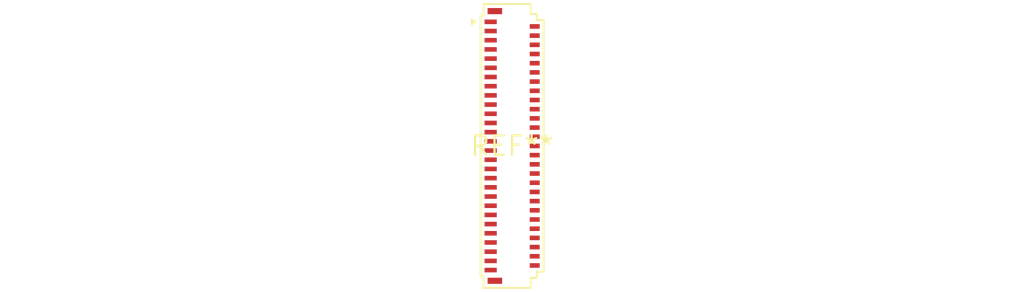
<source format=kicad_pcb>
(kicad_pcb (version 20240108) (generator pcbnew)
  (layers (0 "F.Cu" signal) (31 "B.Cu" signal) (34 "B.Paste" user) (35 "F.Paste" user) (36 "B.SilkS" user "B.Silkscreen") (37 "F.SilkS" user "F.Silkscreen") (38 "B.Mask" user) (39 "F.Mask" user) (44 "Edge.Cuts" user))
  (net 0 "")
  (footprint "Hirose_FH26-55S-0.3SHW_2Rows-55Pins-1MP_P0.60mm_Horizontal" (layer "F.Cu") (at 0 0)
    (property "Reference" "REF**")
    (property "Value" "Hirose_FH26-55S-0.3SHW_2Rows-55Pins-1MP_P0.60mm_Horizontal")
    (fp_line (start -2.622132 -8.25) (end -2.41 -8.1) (layer "F.SilkS") (stroke (width 0.12)))
    (fp_line (start -2.622132 -7.95) (end -2.622132 -8.25) (layer "F.SilkS") (stroke (width 0.12)))
    (fp_line (start -2.41 -8.1) (end -2.622132 -7.95) (layer "F.SilkS") (stroke (width 0.12)))
    (fp_line (start -2.06 -8.51) (end -2.06 0) (layer "F.SilkS") (stroke (width 0.12)))
    (fp_line (start -2.06 8.51) (end -2.06 0) (layer "F.SilkS") (stroke (width 0.12)))
    (fp_line (start -1.86 -9.26) (end -1.86 -8.51) (layer "F.SilkS") (stroke (width 0.12)))
    (fp_line (start -1.86 -8.51) (end -2.06 -8.51) (layer "F.SilkS") (stroke (width 0.12)))
    (fp_line (start -1.86 8.51) (end -2.06 8.51) (layer "F.SilkS") (stroke (width 0.12)))
    (fp_line (start -1.86 9.26) (end -1.86 8.51) (layer "F.SilkS") (stroke (width 0.12)))
    (fp_line (start 1.21 -9.26) (end -1.86 -9.26) (layer "F.SilkS") (stroke (width 0.12)))
    (fp_line (start 1.21 -8.61) (end 1.21 -9.26) (layer "F.SilkS") (stroke (width 0.12)))
    (fp_line (start 1.21 8.61) (end 1.21 9.26) (layer "F.SilkS") (stroke (width 0.12)))
    (fp_line (start 1.21 9.26) (end -1.86 9.26) (layer "F.SilkS") (stroke (width 0.12)))
    (fp_line (start 1.61 -8.61) (end 1.21 -8.61) (layer "F.SilkS") (stroke (width 0.12)))
    (fp_line (start 1.61 -8.21) (end 1.61 -8.61) (layer "F.SilkS") (stroke (width 0.12)))
    (fp_line (start 1.61 8.21) (end 1.61 8.61) (layer "F.SilkS") (stroke (width 0.12)))
    (fp_line (start 1.61 8.61) (end 1.21 8.61) (layer "F.SilkS") (stroke (width 0.12)))
    (fp_line (start 2.06 -8.21) (end 1.61 -8.21) (layer "F.SilkS") (stroke (width 0.12)))
    (fp_line (start 2.06 0) (end 2.06 -8.21) (layer "F.SilkS") (stroke (width 0.12)))
    (fp_line (start 2.06 0) (end 2.06 8.21) (layer "F.SilkS") (stroke (width 0.12)))
    (fp_line (start 2.06 8.21) (end 1.61 8.21) (layer "F.SilkS") (stroke (width 0.12)))
    (pad "1" smd rect (at -1.4 -8.1) (size 0.8 0.3) (layers "F.Cu" "F.Paste" "F.Mask"))
    (pad "2" smd rect (at 1.475 -7.8) (size 0.65 0.3) (layers "F.Cu" "F.Paste" "F.Mask"))
    (pad "3" smd rect (at -1.4 -7.5) (size 0.8 0.3) (layers "F.Cu" "F.Paste" "F.Mask"))
    (pad "4" smd rect (at 1.475 -7.2) (size 0.65 0.3) (layers "F.Cu" "F.Paste" "F.Mask"))
    (pad "5" smd rect (at -1.4 -6.9) (size 0.8 0.3) (layers "F.Cu" "F.Paste" "F.Mask"))
    (pad "6" smd rect (at 1.475 -6.6) (size 0.65 0.3) (layers "F.Cu" "F.Paste" "F.Mask"))
    (pad "7" smd rect (at -1.4 -6.3) (size 0.8 0.3) (layers "F.Cu" "F.Paste" "F.Mask"))
    (pad "8" smd rect (at 1.475 -6) (size 0.65 0.3) (layers "F.Cu" "F.Paste" "F.Mask"))
    (pad "9" smd rect (at -1.4 -5.7) (size 0.8 0.3) (layers "F.Cu" "F.Paste" "F.Mask"))
    (pad "10" smd rect (at 1.475 -5.4) (size 0.65 0.3) (layers "F.Cu" "F.Paste" "F.Mask"))
    (pad "11" smd rect (at -1.4 -5.1) (size 0.8 0.3) (layers "F.Cu" "F.Paste" "F.Mask"))
    (pad "12" smd rect (at 1.475 -4.8) (size 0.65 0.3) (layers "F.Cu" "F.Paste" "F.Mask"))
    (pad "13" smd rect (at -1.4 -4.5) (size 0.8 0.3) (layers "F.Cu" "F.Paste" "F.Mask"))
    (pad "14" smd rect (at 1.475 -4.2) (size 0.65 0.3) (layers "F.Cu" "F.Paste" "F.Mask"))
    (pad "15" smd rect (at -1.4 -3.9) (size 0.8 0.3) (layers "F.Cu" "F.Paste" "F.Mask"))
    (pad "16" smd rect (at 1.475 -3.6) (size 0.65 0.3) (layers "F.Cu" "F.Paste" "F.Mask"))
    (pad "17" smd rect (at -1.4 -3.3) (size 0.8 0.3) (layers "F.Cu" "F.Paste" "F.Mask"))
    (pad "18" smd rect (at 1.475 -3) (size 0.65 0.3) (layers "F.Cu" "F.Paste" "F.Mask"))
    (pad "19" smd rect (at -1.4 -2.7) (size 0.8 0.3) (layers "F.Cu" "F.Paste" "F.Mask"))
    (pad "20" smd rect (at 1.475 -2.4) (size 0.65 0.3) (layers "F.Cu" "F.Paste" "F.Mask"))
    (pad "21" smd rect (at -1.4 -2.1) (size 0.8 0.3) (layers "F.Cu" "F.Paste" "F.Mask"))
    (pad "22" smd rect (at 1.475 -1.8) (size 0.65 0.3) (layers "F.Cu" "F.Paste" "F.Mask"))
    (pad "23" smd rect (at -1.4 -1.5) (size 0.8 0.3) (layers "F.Cu" "F.Paste" "F.Mask"))
    (pad "24" smd rect (at 1.475 -1.2) (size 0.65 0.3) (layers "F.Cu" "F.Paste" "F.Mask"))
    (pad "25" smd rect (at -1.4 -0.9) (size 0.8 0.3) (layers "F.Cu" "F.Paste" "F.Mask"))
    (pad "26" smd rect (at 1.475 -0.6) (size 0.65 0.3) (layers "F.Cu" "F.Paste" "F.Mask"))
    (pad "27" smd rect (at -1.4 -0.3) (size 0.8 0.3) (layers "F.Cu" "F.Paste" "F.Mask"))
    (pad "28" smd rect (at 1.475 0) (size 0.65 0.3) (layers "F.Cu" "F.Paste" "F.Mask"))
    (pad "29" smd rect (at -1.4 0.3) (size 0.8 0.3) (layers "F.Cu" "F.Paste" "F.Mask"))
    (pad "30" smd rect (at 1.475 0.6) (size 0.65 0.3) (layers "F.Cu" "F.Paste" "F.Mask"))
    (pad "31" smd rect (at -1.4 0.9) (size 0.8 0.3) (layers "F.Cu" "F.Paste" "F.Mask"))
    (pad "32" smd rect (at 1.475 1.2) (size 0.65 0.3) (layers "F.Cu" "F.Paste" "F.Mask"))
    (pad "33" smd rect (at -1.4 1.5) (size 0.8 0.3) (layers "F.Cu" "F.Paste" "F.Mask"))
    (pad "34" smd rect (at 1.475 1.8) (size 0.65 0.3) (layers "F.Cu" "F.Paste" "F.Mask"))
    (pad "35" smd rect (at -1.4 2.1) (size 0.8 0.3) (layers "F.Cu" "F.Paste" "F.Mask"))
    (pad "36" smd rect (at 1.475 2.4) (size 0.65 0.3) (layers "F.Cu" "F.Paste" "F.Mask"))
    (pad "37" smd rect (at -1.4 2.7) (size 0.8 0.3) (layers "F.Cu" "F.Paste" "F.Mask"))
    (pad "38" smd rect (at 1.475 3) (size 0.65 0.3) (layers "F.Cu" "F.Paste" "F.Mask"))
    (pad "39" smd rect (at -1.4 3.3) (size 0.8 0.3) (layers "F.Cu" "F.Paste" "F.Mask"))
    (pad "40" smd rect (at 1.475 3.6) (size 0.65 0.3) (layers "F.Cu" "F.Paste" "F.Mask"))
    (pad "41" smd rect (at -1.4 3.9) (size 0.8 0.3) (layers "F.Cu" "F.Paste" "F.Mask"))
    (pad "42" smd rect (at 1.475 4.2) (size 0.65 0.3) (layers "F.Cu" "F.Paste" "F.Mask"))
    (pad "43" smd rect (at -1.4 4.5) (size 0.8 0.3) (layers "F.Cu" "F.Paste" "F.Mask"))
    (pad "44" smd rect (at 1.475 4.8) (size 0.65 0.3) (layers "F.Cu" "F.Paste" "F.Mask"))
    (pad "45" smd rect (at -1.4 5.1) (size 0.8 0.3) (layers "F.Cu" "F.Paste" "F.Mask"))
    (pad "46" smd rect (at 1.475 5.4) (size 0.65 0.3) (layers "F.Cu" "F.Paste" "F.Mask"))
    (pad "47" smd rect (at -1.4 5.7) (size 0.8 0.3) (layers "F.Cu" "F.Paste" "F.Mask"))
    (pad "48" smd rect (at 1.475 6) (size 0.65 0.3) (layers "F.Cu" "F.Paste" "F.Mask"))
    (pad "49" smd rect (at -1.4 6.3) (size 0.8 0.3) (layers "F.Cu" "F.Paste" "F.Mask"))
    (pad "50" smd rect (at 1.475 6.6) (size 0.65 0.3) (layers "F.Cu" "F.Paste" "F.Mask"))
    (pad "51" smd rect (at -1.4 6.9) (size 0.8 0.3) (layers "F.Cu" "F.Paste" "F.Mask"))
    (pad "52" smd rect (at 1.475 7.2) (size 0.65 0.3) (layers "F.Cu" "F.Paste" "F.Mask"))
    (pad "53" smd rect (at -1.4 7.5) (size 0.8 0.3) (layers "F.Cu" "F.Paste" "F.Mask"))
    (pad "54" smd rect (at 1.475 7.8) (size 0.65 0.3) (layers "F.Cu" "F.Paste" "F.Mask"))
    (pad "55" smd rect (at -1.4 8.1) (size 0.8 0.3) (layers "F.Cu" "F.Paste" "F.Mask"))
    (pad "MP" smd rect (at -1.125 -8.8) (size 0.95 0.4) (layers "F.Cu" "F.Paste" "F.Mask"))
    (pad "MP" smd rect (at -1.125 8.8) (size 0.95 0.4) (layers "F.Cu" "F.Paste" "F.Mask"))
  )
)
</source>
